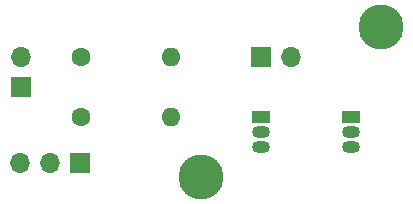
<source format=gbr>
%TF.GenerationSoftware,KiCad,Pcbnew,(6.0.4)*%
%TF.CreationDate,2022-04-19T13:08:17+02:00*%
%TF.ProjectId,Electric_holding_magnet,456c6563-7472-4696-935f-686f6c64696e,rev?*%
%TF.SameCoordinates,Original*%
%TF.FileFunction,Soldermask,Top*%
%TF.FilePolarity,Negative*%
%FSLAX46Y46*%
G04 Gerber Fmt 4.6, Leading zero omitted, Abs format (unit mm)*
G04 Created by KiCad (PCBNEW (6.0.4)) date 2022-04-19 13:08:17*
%MOMM*%
%LPD*%
G01*
G04 APERTURE LIST*
%ADD10C,3.800000*%
%ADD11R,1.700000X1.700000*%
%ADD12O,1.700000X1.700000*%
%ADD13R,1.500000X1.050000*%
%ADD14O,1.500000X1.050000*%
%ADD15C,1.600000*%
%ADD16O,1.600000X1.600000*%
G04 APERTURE END LIST*
D10*
%TO.C,H2*%
X144780000Y-88900000D03*
%TD*%
%TO.C,H1*%
X129540000Y-101600000D03*
%TD*%
D11*
%TO.C,J1*%
X119273403Y-100450892D03*
D12*
X116733403Y-100450892D03*
X114193403Y-100450892D03*
%TD*%
D13*
%TO.C,Q1*%
X134620000Y-96520000D03*
D14*
X134620000Y-97790000D03*
X134620000Y-99060000D03*
%TD*%
D11*
%TO.C,L1*%
X134620000Y-91440000D03*
D12*
X137160000Y-91440000D03*
%TD*%
D11*
%TO.C,SW1*%
X114300000Y-93980000D03*
D12*
X114300000Y-91440000D03*
%TD*%
D15*
%TO.C,R1*%
X119380000Y-96520000D03*
D16*
X127000000Y-96520000D03*
%TD*%
D15*
%TO.C,R2*%
X119380000Y-91440000D03*
D16*
X127000000Y-91440000D03*
%TD*%
D13*
%TO.C,Q2*%
X142240000Y-96520000D03*
D14*
X142240000Y-97790000D03*
X142240000Y-99060000D03*
%TD*%
M02*

</source>
